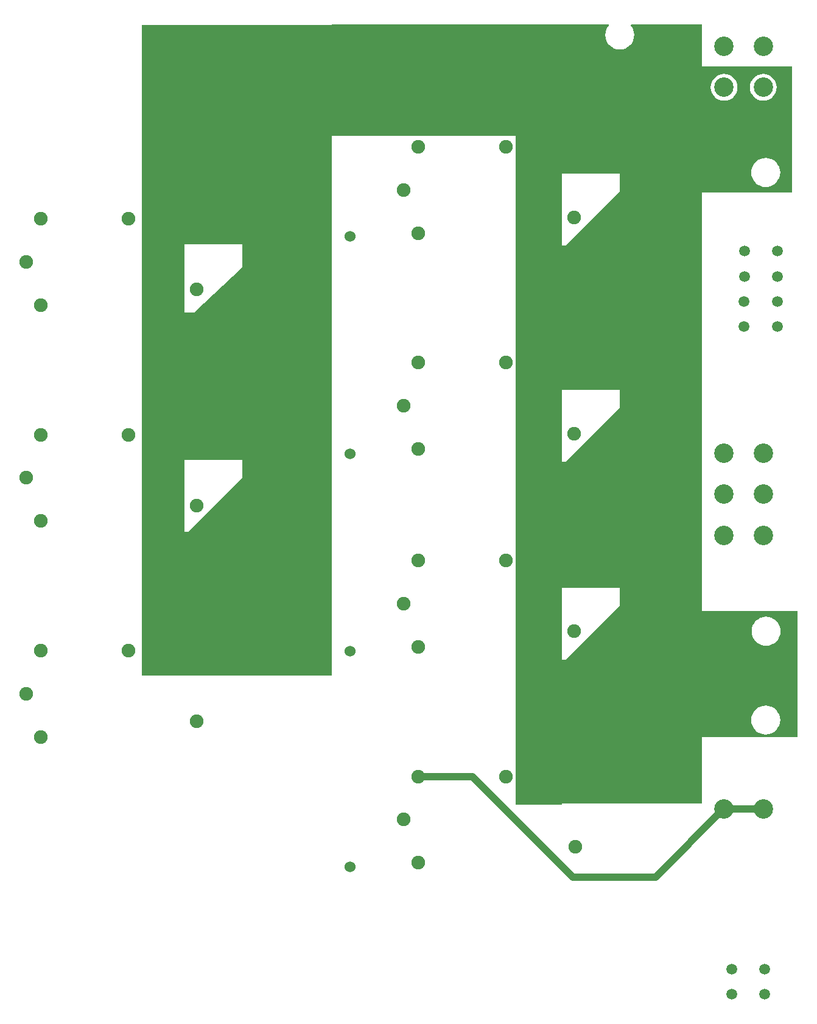
<source format=gbl>
G04 Layer_Physical_Order=4*
G04 Layer_Color=16711680*
%FSLAX44Y44*%
%MOMM*%
G71*
G01*
G75*
%ADD11C,1.0000*%
%ADD20C,1.9050*%
%ADD21C,2.7000*%
%ADD22C,1.5000*%
%ADD23C,1.5240*%
%ADD50R,12.5000X6.3600*%
%ADD51R,26.5000X26.0000*%
%ADD52R,6.0000X65.0000*%
%ADD53R,13.2780X8.0000*%
%ADD54R,6.5000X93.2500*%
G36*
X1275000Y1355000D02*
Y710000D01*
X1070000D01*
Y910000D01*
X1075000D01*
X1150000Y985000D01*
Y1010000D01*
X1070000D01*
Y1215000D01*
X1083214Y1215000D01*
X1150000Y1277333D01*
X1150000Y1310000D01*
X1070000D01*
Y1360000D01*
X1270000D01*
X1275000Y1355000D01*
D02*
G37*
G36*
X1790000Y1557020D02*
X1915160D01*
Y1381760D01*
X1790000D01*
Y800100D01*
X1922780D01*
Y624840D01*
X1790000D01*
Y532500D01*
X1595000D01*
X1595000Y532500D01*
Y732500D01*
X1600000D01*
X1675000Y807500D01*
Y832500D01*
X1595000D01*
Y1007500D01*
X1600000D01*
X1675000Y1082500D01*
Y1107500D01*
X1595000D01*
Y1307500D01*
X1600000D01*
X1675000Y1382500D01*
Y1407500D01*
X1595000D01*
X1595000Y1407500D01*
Y1460000D01*
X1275000D01*
Y1615000D01*
X1659710D01*
X1660310Y1613730D01*
X1658603Y1611650D01*
X1656739Y1608161D01*
X1655591Y1604376D01*
X1655203Y1600440D01*
X1655591Y1596504D01*
X1656739Y1592719D01*
X1658603Y1589230D01*
X1661113Y1586173D01*
X1664170Y1583663D01*
X1667659Y1581799D01*
X1671444Y1580651D01*
X1675380Y1580263D01*
X1679316Y1580651D01*
X1683102Y1581799D01*
X1686590Y1583663D01*
X1689647Y1586173D01*
X1692157Y1589230D01*
X1694021Y1592719D01*
X1695169Y1596504D01*
X1695557Y1600440D01*
X1695169Y1604376D01*
X1694021Y1608161D01*
X1692157Y1611650D01*
X1690450Y1613730D01*
X1691050Y1615000D01*
X1790000D01*
Y1557020D01*
D02*
G37*
%LPC*%
G36*
X1873730Y725993D02*
X1871856Y725808D01*
X1868832Y724891D01*
X1866046Y723401D01*
X1863603Y721397D01*
X1861599Y718954D01*
X1860109Y716168D01*
X1859192Y713144D01*
X1859008Y711270D01*
X1873730D01*
Y725993D01*
D02*
G37*
G36*
X1821660D02*
Y711270D01*
X1836382D01*
X1836198Y713144D01*
X1835281Y716168D01*
X1833791Y718954D01*
X1831787Y721397D01*
X1829344Y723401D01*
X1826558Y724891D01*
X1823534Y725808D01*
X1821660Y725993D01*
D02*
G37*
G36*
X1878810Y791877D02*
X1874874Y791489D01*
X1871089Y790341D01*
X1867600Y788477D01*
X1864543Y785967D01*
X1862033Y782910D01*
X1860169Y779421D01*
X1859021Y775636D01*
X1858633Y771700D01*
X1859021Y767764D01*
X1860169Y763979D01*
X1862033Y760490D01*
X1864543Y757433D01*
X1867600Y754923D01*
X1871089Y753059D01*
X1874874Y751911D01*
X1878810Y751523D01*
X1882746Y751911D01*
X1886532Y753059D01*
X1890020Y754923D01*
X1893077Y757433D01*
X1895587Y760490D01*
X1897451Y763979D01*
X1898600Y767764D01*
X1898987Y771700D01*
X1898600Y775636D01*
X1897451Y779421D01*
X1895587Y782910D01*
X1893077Y785967D01*
X1890020Y788477D01*
X1886532Y790341D01*
X1882746Y791489D01*
X1878810Y791877D01*
D02*
G37*
G36*
X1876270Y725993D02*
Y711270D01*
X1890992D01*
X1890808Y713144D01*
X1889891Y716168D01*
X1888401Y718954D01*
X1886397Y721397D01*
X1883954Y723401D01*
X1881168Y724891D01*
X1878144Y725808D01*
X1876270Y725993D01*
D02*
G37*
G36*
X1819120D02*
X1817246Y725808D01*
X1814222Y724891D01*
X1811436Y723401D01*
X1808993Y721397D01*
X1806989Y718954D01*
X1805499Y716168D01*
X1804582Y713144D01*
X1804397Y711270D01*
X1819120D01*
Y725993D01*
D02*
G37*
G36*
Y708730D02*
X1804397D01*
X1804582Y706856D01*
X1805499Y703832D01*
X1806989Y701046D01*
X1808993Y698603D01*
X1811436Y696599D01*
X1814222Y695109D01*
X1817246Y694192D01*
X1819120Y694007D01*
Y708730D01*
D02*
G37*
G36*
X1878250Y668477D02*
X1874314Y668089D01*
X1870529Y666941D01*
X1867040Y665077D01*
X1863983Y662567D01*
X1861473Y659510D01*
X1859609Y656021D01*
X1858461Y652236D01*
X1858073Y648300D01*
X1858461Y644364D01*
X1859609Y640579D01*
X1861473Y637090D01*
X1863983Y634033D01*
X1867040Y631523D01*
X1870529Y629659D01*
X1874314Y628511D01*
X1878250Y628123D01*
X1882186Y628511D01*
X1885972Y629659D01*
X1889460Y631523D01*
X1892517Y634033D01*
X1895027Y637090D01*
X1896891Y640579D01*
X1898040Y644364D01*
X1898427Y648300D01*
X1898040Y652236D01*
X1896891Y656021D01*
X1895027Y659510D01*
X1892517Y662567D01*
X1889460Y665077D01*
X1885972Y666941D01*
X1882186Y668089D01*
X1878250Y668477D01*
D02*
G37*
G36*
X1836382Y708730D02*
X1821660D01*
Y694007D01*
X1823534Y694192D01*
X1826558Y695109D01*
X1829344Y696599D01*
X1831787Y698603D01*
X1833791Y701046D01*
X1835281Y703832D01*
X1836198Y706856D01*
X1836382Y708730D01*
D02*
G37*
G36*
X1890992D02*
X1876270D01*
Y694007D01*
X1878144Y694192D01*
X1881168Y695109D01*
X1883954Y696599D01*
X1886397Y698603D01*
X1888401Y701046D01*
X1889891Y703832D01*
X1890808Y706856D01*
X1890992Y708730D01*
D02*
G37*
G36*
X1873730D02*
X1859008D01*
X1859192Y706856D01*
X1860109Y703832D01*
X1861599Y701046D01*
X1863603Y698603D01*
X1866046Y696599D01*
X1868832Y695109D01*
X1871856Y694192D01*
X1873730Y694007D01*
Y708730D01*
D02*
G37*
G36*
Y1486693D02*
X1871856Y1486508D01*
X1868832Y1485591D01*
X1866046Y1484101D01*
X1863603Y1482097D01*
X1861599Y1479655D01*
X1860109Y1476868D01*
X1859192Y1473844D01*
X1859008Y1471970D01*
X1873730D01*
Y1486693D01*
D02*
G37*
G36*
X1821660D02*
Y1471970D01*
X1836382D01*
X1836198Y1473844D01*
X1835281Y1476868D01*
X1833791Y1479655D01*
X1831787Y1482097D01*
X1829344Y1484101D01*
X1826558Y1485591D01*
X1823534Y1486508D01*
X1821660Y1486693D01*
D02*
G37*
G36*
X1876270D02*
Y1471970D01*
X1890992D01*
X1890808Y1473844D01*
X1889891Y1476868D01*
X1888401Y1479655D01*
X1886397Y1482097D01*
X1883954Y1484101D01*
X1881168Y1485591D01*
X1878144Y1486508D01*
X1876270Y1486693D01*
D02*
G37*
G36*
X1875000Y1546520D02*
X1871358Y1546161D01*
X1867855Y1545099D01*
X1864628Y1543373D01*
X1861798Y1541052D01*
X1859477Y1538223D01*
X1857751Y1534995D01*
X1856689Y1531492D01*
X1856330Y1527850D01*
X1856689Y1524208D01*
X1857751Y1520705D01*
X1859477Y1517478D01*
X1861798Y1514648D01*
X1864628Y1512327D01*
X1867855Y1510601D01*
X1871358Y1509539D01*
X1875000Y1509180D01*
X1878642Y1509539D01*
X1882145Y1510601D01*
X1885372Y1512327D01*
X1888202Y1514648D01*
X1890523Y1517478D01*
X1892249Y1520705D01*
X1893311Y1524208D01*
X1893670Y1527850D01*
X1893311Y1531492D01*
X1892249Y1534995D01*
X1890523Y1538223D01*
X1888202Y1541052D01*
X1885372Y1543373D01*
X1882145Y1545099D01*
X1878642Y1546161D01*
X1875000Y1546520D01*
D02*
G37*
G36*
X1820390D02*
X1816748Y1546161D01*
X1813245Y1545099D01*
X1810018Y1543373D01*
X1807188Y1541052D01*
X1804867Y1538223D01*
X1803141Y1534995D01*
X1802079Y1531492D01*
X1801720Y1527850D01*
X1802079Y1524208D01*
X1803141Y1520705D01*
X1804867Y1517478D01*
X1807188Y1514648D01*
X1810018Y1512327D01*
X1813245Y1510601D01*
X1816748Y1509539D01*
X1820390Y1509180D01*
X1824032Y1509539D01*
X1827535Y1510601D01*
X1830762Y1512327D01*
X1833592Y1514648D01*
X1835913Y1517478D01*
X1837639Y1520705D01*
X1838701Y1524208D01*
X1839060Y1527850D01*
X1838701Y1531492D01*
X1837639Y1534995D01*
X1835913Y1538223D01*
X1833592Y1541052D01*
X1830762Y1543373D01*
X1827535Y1545099D01*
X1824032Y1546161D01*
X1820390Y1546520D01*
D02*
G37*
G36*
X1819120Y1486693D02*
X1817246Y1486508D01*
X1814222Y1485591D01*
X1811436Y1484101D01*
X1808993Y1482097D01*
X1806989Y1479655D01*
X1805499Y1476868D01*
X1804582Y1473844D01*
X1804397Y1471970D01*
X1819120D01*
Y1486693D01*
D02*
G37*
G36*
Y1469430D02*
X1804397D01*
X1804582Y1467556D01*
X1805499Y1464532D01*
X1806989Y1461745D01*
X1808993Y1459303D01*
X1811436Y1457299D01*
X1814222Y1455809D01*
X1817246Y1454892D01*
X1819120Y1454707D01*
Y1469430D01*
D02*
G37*
G36*
X1878250Y1429477D02*
X1874314Y1429089D01*
X1870529Y1427941D01*
X1867040Y1426077D01*
X1863983Y1423567D01*
X1861473Y1420510D01*
X1859609Y1417021D01*
X1858461Y1413236D01*
X1858073Y1409300D01*
X1858461Y1405364D01*
X1859609Y1401579D01*
X1861473Y1398090D01*
X1863983Y1395033D01*
X1867040Y1392523D01*
X1870529Y1390659D01*
X1874314Y1389511D01*
X1878250Y1389123D01*
X1882186Y1389511D01*
X1885972Y1390659D01*
X1889460Y1392523D01*
X1892517Y1395033D01*
X1895027Y1398090D01*
X1896891Y1401579D01*
X1898040Y1405364D01*
X1898427Y1409300D01*
X1898040Y1413236D01*
X1896891Y1417021D01*
X1895027Y1420510D01*
X1892517Y1423567D01*
X1889460Y1426077D01*
X1885972Y1427941D01*
X1882186Y1429089D01*
X1878250Y1429477D01*
D02*
G37*
G36*
X1836382Y1469430D02*
X1821660D01*
Y1454707D01*
X1823534Y1454892D01*
X1826558Y1455809D01*
X1829344Y1457299D01*
X1831787Y1459303D01*
X1833791Y1461745D01*
X1835281Y1464532D01*
X1836198Y1467556D01*
X1836382Y1469430D01*
D02*
G37*
G36*
X1890992D02*
X1876270D01*
Y1454707D01*
X1878144Y1454892D01*
X1881168Y1455809D01*
X1883954Y1457299D01*
X1886397Y1459303D01*
X1888401Y1461745D01*
X1889891Y1464532D01*
X1890808Y1467556D01*
X1890992Y1469430D01*
D02*
G37*
G36*
X1873730D02*
X1859008D01*
X1859192Y1467556D01*
X1860109Y1464532D01*
X1861599Y1461745D01*
X1863603Y1459303D01*
X1866046Y1457299D01*
X1868832Y1455809D01*
X1871856Y1454892D01*
X1873730Y1454707D01*
Y1469430D01*
D02*
G37*
%LPD*%
D11*
X1820390Y525000D02*
X1875000D01*
X1725000Y430000D02*
X1820195Y525195D01*
X1610000Y430000D02*
X1725000D01*
X1395066Y569944D02*
X1470056D01*
X1610000Y430000D01*
D20*
X1375000Y1085000D02*
D03*
X1648462Y548354D02*
D03*
X1613918Y472154D02*
D03*
X1611538Y771646D02*
D03*
X1646082Y847846D02*
D03*
X1611538Y1346646D02*
D03*
X1646082Y1422846D02*
D03*
X1086538Y1246646D02*
D03*
X1121082Y1322846D02*
D03*
X1611538Y1046646D02*
D03*
X1646082Y1122846D02*
D03*
X1086538Y646646D02*
D03*
X1121082Y722846D02*
D03*
X1086538Y946646D02*
D03*
X1121082Y1022846D02*
D03*
X1516986Y569944D02*
D03*
X1395066D02*
D03*
Y450056D02*
D03*
X1375000Y510000D02*
D03*
X1516986Y869944D02*
D03*
X1395066D02*
D03*
Y750056D02*
D03*
X1375000Y810000D02*
D03*
X1516986Y1444944D02*
D03*
X1395066D02*
D03*
Y1325056D02*
D03*
X1375000Y1385000D02*
D03*
X991986Y1344944D02*
D03*
X870066D02*
D03*
Y1225056D02*
D03*
X850000Y1285000D02*
D03*
X1516986Y1144944D02*
D03*
X1395066D02*
D03*
Y1025056D02*
D03*
X991986Y744944D02*
D03*
X870066D02*
D03*
Y625056D02*
D03*
X850000Y685000D02*
D03*
X991986Y1044944D02*
D03*
X870066D02*
D03*
Y925056D02*
D03*
X850000Y985000D02*
D03*
D21*
X1820390Y905000D02*
D03*
X1875000D02*
D03*
Y962150D02*
D03*
X1820390D02*
D03*
Y1019300D02*
D03*
X1875000D02*
D03*
X1820390Y1470700D02*
D03*
X1875000D02*
D03*
Y1527850D02*
D03*
X1820390D02*
D03*
Y1585000D02*
D03*
X1875000D02*
D03*
X1820390Y710000D02*
D03*
X1875000D02*
D03*
X1820390Y525000D02*
D03*
X1875000D02*
D03*
D22*
X1894200Y1300060D02*
D03*
X1848480D02*
D03*
Y1264910D02*
D03*
X1894200Y1265060D02*
D03*
Y1230060D02*
D03*
X1848200D02*
D03*
Y1195060D02*
D03*
X1894200D02*
D03*
X1831340Y267260D02*
D03*
Y302260D02*
D03*
X1877060D02*
D03*
Y267260D02*
D03*
D23*
X1300000Y1320320D02*
D03*
Y1018060D02*
D03*
Y444020D02*
D03*
Y743740D02*
D03*
D50*
X1852500Y1466800D02*
D03*
D51*
X1142500Y1485000D02*
D03*
D52*
X1040000Y1035000D02*
D03*
D53*
X1856390Y710000D02*
D03*
D54*
X1562500Y996250D02*
D03*
M02*

</source>
